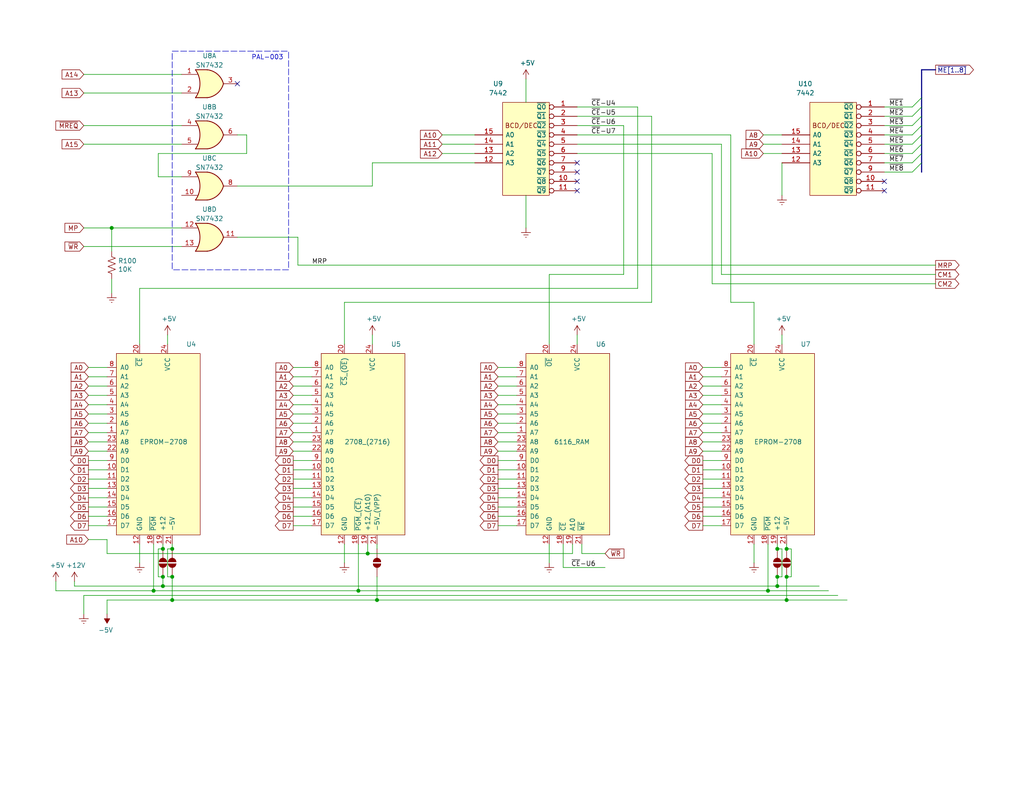
<source format=kicad_sch>
(kicad_sch (version 20230121) (generator eeschema)
  (paper "A")
  (title_block (title "Edu-80 Z80 Trainer") (date "2023-02-06") (rev "0.1") (company "Strangers"))
  (lib_symbols
    (symbol "Device:R_US" (pin_numbers hide) (pin_names (offset 0))
      (property "Reference" "R" (at 2.54 0 90))
      (property "Value" "R_US" (at -2.54 0 90))
      (symbol "R_US_0_1"
        (polyline (pts (xy 0 -2.286) (xy 0 -2.54)))
        (polyline (pts (xy 0 2.286) (xy 0 2.54)))
        (polyline (pts (xy 0 -0.762) (xy 1.016 -1.143) (xy 0 -1.524) (xy -1.016 -1.905) (xy 0 -2.286)))
        (polyline (pts (xy 0 0.762) (xy 1.016 0.381) (xy 0 0) (xy -1.016 -0.381) (xy 0 -0.762)))
        (polyline (pts (xy 0 2.286) (xy 1.016 1.905) (xy 0 1.524) (xy -1.016 1.143) (xy 0 0.762)))
      )
      (symbol "R_US_1_1"
        (pin passive line (at 0 3.81 270) (length 1.27) (name "~") (number "1"))
        (pin passive line (at 0 -3.81 90) (length 1.27) (name "~") (number "2"))
      )
    )
    (symbol "Edu-80_Symbols:2708-2716" (pin_names (offset 1.016))
      (property "Reference" "U?" (at -2.54 34.29 0))
      (property "Value" "2708_(2716)" (at 1.27 0 0))
      (symbol "2708-2716_0_1"
        (rectangle (start -11.43 26.67) (end 11.43 -22.86) (fill (type background)))
      )
      (symbol "2708-2716_1_1"
        (pin input line (at -13.97 5.08 0) (length 2.54) (name "A7") (number "1"))
        (pin tri_state line (at -13.97 -5.08 0) (length 2.54) (name "D1") (number "10"))
        (pin tri_state line (at -13.97 -7.62 0) (length 2.54) (name "D2") (number "11"))
        (pin power_in line (at -5.08 -25.4 90) (length 2.54) (name "GND") (number "12"))
        (pin tri_state line (at -13.97 -10.16 0) (length 2.54) (name "D3") (number "13"))
        (pin tri_state line (at -13.97 -12.7 0) (length 2.54) (name "D4") (number "14"))
        (pin tri_state line (at -13.97 -15.24 0) (length 2.54) (name "D5") (number "15"))
        (pin tri_state line (at -13.97 -17.78 0) (length 2.54) (name "D6") (number "16"))
        (pin tri_state line (at -13.97 -20.32 0) (length 2.54) (name "D7") (number "17"))
        (pin input line (at -1.27 -25.4 90) (length 2.54) (name "~{PGM}_(~{CE})") (number "18"))
        (pin input line (at 1.27 -25.4 90) (length 2.54) (name "+12_(A10)") (number "19"))
        (pin input line (at -13.97 7.62 0) (length 2.54) (name "A6") (number "2"))
        (pin input line (at -5.08 29.21 270) (length 2.54) (name "~{CS}_(~{OE})") (number "20"))
        (pin input line (at 3.81 -25.4 90) (length 2.54) (name "-5V_(VPP)") (number "21"))
        (pin input line (at -13.97 0 0) (length 2.54) (name "A9") (number "22"))
        (pin input line (at -13.97 2.54 0) (length 2.54) (name "A8") (number "23"))
        (pin power_in line (at 2.54 29.21 270) (length 2.54) (name "VCC") (number "24"))
        (pin input line (at -13.97 10.16 0) (length 2.54) (name "A5") (number "3"))
        (pin input line (at -13.97 12.7 0) (length 2.54) (name "A4") (number "4"))
        (pin input line (at -13.97 15.24 0) (length 2.54) (name "A3") (number "5"))
        (pin input line (at -13.97 17.78 0) (length 2.54) (name "A2") (number "6"))
        (pin input line (at -13.97 20.32 0) (length 2.54) (name "A1") (number "7"))
        (pin input line (at -13.97 22.86 0) (length 2.54) (name "A0") (number "8"))
        (pin tri_state line (at -13.97 -2.54 0) (length 2.54) (name "D0") (number "9"))
      )
    )
    (symbol "Edu-80_Symbols:6116_RAM" (pin_names (offset 1.016))
      (property "Reference" "U?" (at -2.54 34.29 0))
      (property "Value" "6116_RAM" (at 1.27 0 0))
      (symbol "6116_RAM_0_1"
        (rectangle (start -11.43 26.67) (end 11.43 -22.86) (fill (type background)))
      )
      (symbol "6116_RAM_1_1"
        (pin input line (at -13.97 5.08 0) (length 2.54) (name "A7") (number "1"))
        (pin tri_state line (at -13.97 -5.08 0) (length 2.54) (name "D1") (number "10"))
        (pin tri_state line (at -13.97 -7.62 0) (length 2.54) (name "D2") (number "11"))
        (pin power_in line (at -5.08 -25.4 90) (length 2.54) (name "GND") (number "12"))
        (pin tri_state line (at -13.97 -10.16 0) (length 2.54) (name "D3") (number "13"))
        (pin tri_state line (at -13.97 -12.7 0) (length 2.54) (name "D4") (number "14"))
        (pin tri_state line (at -13.97 -15.24 0) (length 2.54) (name "D5") (number "15"))
        (pin tri_state line (at -13.97 -17.78 0) (length 2.54) (name "D6") (number "16"))
        (pin tri_state line (at -13.97 -20.32 0) (length 2.54) (name "D7") (number "17"))
        (pin input line (at -1.27 -25.4 90) (length 2.54) (name "~{CE}") (number "18"))
        (pin input line (at 1.27 -25.4 90) (length 2.54) (name "A10") (number "19"))
        (pin input line (at -13.97 7.62 0) (length 2.54) (name "A6") (number "2"))
        (pin input line (at -5.08 29.21 270) (length 2.54) (name "~{OE}") (number "20"))
        (pin input line (at 3.81 -25.4 90) (length 2.54) (name "~{WE}") (number "21"))
        (pin input line (at -13.97 0 0) (length 2.54) (name "A9") (number "22"))
        (pin input line (at -13.97 2.54 0) (length 2.54) (name "A8") (number "23"))
        (pin power_in line (at 2.54 29.21 270) (length 2.54) (name "VCC") (number "24"))
        (pin input line (at -13.97 10.16 0) (length 2.54) (name "A5") (number "3"))
        (pin input line (at -13.97 12.7 0) (length 2.54) (name "A4") (number "4"))
        (pin input line (at -13.97 15.24 0) (length 2.54) (name "A3") (number "5"))
        (pin input line (at -13.97 17.78 0) (length 2.54) (name "A2") (number "6"))
        (pin input line (at -13.97 20.32 0) (length 2.54) (name "A1") (number "7"))
        (pin input line (at -13.97 22.86 0) (length 2.54) (name "A0") (number "8"))
        (pin tri_state line (at -13.97 -2.54 0) (length 2.54) (name "D0") (number "9"))
      )
    )
    (symbol "Edu-80_Symbols:7442" (pin_names (offset 0.762))
      (property "Reference" "U" (at 6.35 13.97 0))
      (property "Value" "7442" (at 8.89 -15.24 0))
      (symbol "7442_0_0"
        (text "BCD/DEC" (at -1.27 6.35 0) (effects (font (size 1.27 1.27))))
        (pin power_in line (at 0 12.7 270) (length 0) hide (name "VCC") (number "16"))
        (pin power_in line (at 0 -12.7 90) (length 0) hide (name "GND") (number "8"))
      )
      (symbol "7442_1_0"
        (rectangle (start -6.35 12.7) (end 6.35 -12.7) (fill (type background)))
      )
      (symbol "7442_1_1"
        (pin output inverted (at 13.97 11.43 180) (length 7.62) (name "~{Q0}") (number "1"))
        (pin output inverted (at 13.97 -8.89 180) (length 7.62) (name "~{Q8}") (number "10"))
        (pin output inverted (at 13.97 -11.43 180) (length 7.62) (name "~{Q9}") (number "11"))
        (pin input line (at -13.97 -3.81 0) (length 7.62) (name "A3") (number "12"))
        (pin input line (at -13.97 -1.27 0) (length 7.62) (name "A2") (number "13"))
        (pin input line (at -13.97 1.27 0) (length 7.62) (name "A1") (number "14"))
        (pin input line (at -13.97 3.81 0) (length 7.62) (name "A0") (number "15"))
        (pin output inverted (at 13.97 8.89 180) (length 7.62) (name "~{Q1}") (number "2"))
        (pin output inverted (at 13.97 6.35 180) (length 7.62) (name "~{Q2}") (number "3"))
        (pin output inverted (at 13.97 3.81 180) (length 7.62) (name "~{Q3}") (number "4"))
        (pin output inverted (at 13.97 1.27 180) (length 7.62) (name "~{Q4}") (number "5"))
        (pin output inverted (at 13.97 -1.27 180) (length 7.62) (name "~{Q5}") (number "6"))
        (pin output inverted (at 13.97 -3.81 180) (length 7.62) (name "~{Q6}") (number "7"))
        (pin output inverted (at 13.97 -6.35 180) (length 7.62) (name "~{Q7}") (number "9"))
      )
    )
    (symbol "Edu-80_Symbols:EPROM-2708" (pin_names (offset 1.016))
      (property "Reference" "U?" (at -2.54 34.29 0))
      (property "Value" "EPROM-2708" (at 1.27 0 0))
      (symbol "EPROM-2708_0_1"
        (rectangle (start -11.43 26.67) (end 11.43 -22.86) (fill (type background)))
      )
      (symbol "EPROM-2708_1_1"
        (pin input line (at -13.97 5.08 0) (length 2.54) (name "A7") (number "1"))
        (pin tri_state line (at -13.97 -5.08 0) (length 2.54) (name "D1") (number "10"))
        (pin tri_state line (at -13.97 -7.62 0) (length 2.54) (name "D2") (number "11"))
        (pin power_in line (at -5.08 -25.4 90) (length 2.54) (name "GND") (number "12"))
        (pin tri_state line (at -13.97 -10.16 0) (length 2.54) (name "D3") (number "13"))
        (pin tri_state line (at -13.97 -12.7 0) (length 2.54) (name "D4") (number "14"))
        (pin tri_state line (at -13.97 -15.24 0) (length 2.54) (name "D5") (number "15"))
        (pin tri_state line (at -13.97 -17.78 0) (length 2.54) (name "D6") (number "16"))
        (pin tri_state line (at -13.97 -20.32 0) (length 2.54) (name "D7") (number "17"))
        (pin input line (at -1.27 -25.4 90) (length 2.54) (name "~{PGM}") (number "18"))
        (pin power_in line (at 1.27 -25.4 90) (length 2.54) (name "+12") (number "19"))
        (pin input line (at -13.97 7.62 0) (length 2.54) (name "A6") (number "2"))
        (pin input line (at -5.08 29.21 270) (length 2.54) (name "~{CE}") (number "20"))
        (pin power_in line (at 3.81 -25.4 90) (length 2.54) (name "-5V") (number "21"))
        (pin input line (at -13.97 0 0) (length 2.54) (name "A9") (number "22"))
        (pin input line (at -13.97 2.54 0) (length 2.54) (name "A8") (number "23"))
        (pin power_in line (at 2.54 29.21 270) (length 2.54) (name "VCC") (number "24"))
        (pin input line (at -13.97 10.16 0) (length 2.54) (name "A5") (number "3"))
        (pin input line (at -13.97 12.7 0) (length 2.54) (name "A4") (number "4"))
        (pin input line (at -13.97 15.24 0) (length 2.54) (name "A3") (number "5"))
        (pin input line (at -13.97 17.78 0) (length 2.54) (name "A2") (number "6"))
        (pin input line (at -13.97 20.32 0) (length 2.54) (name "A1") (number "7"))
        (pin input line (at -13.97 22.86 0) (length 2.54) (name "A0") (number "8"))
        (pin tri_state line (at -13.97 -2.54 0) (length 2.54) (name "D0") (number "9"))
      )
    )
    (symbol "Edu-80_Symbols:SN7432" (pin_names (offset 1.016))
      (property "Reference" "U?" (at 2.54 8.89 0))
      (property "Value" "SN7432" (at 8.89 8.89 0))
      (symbol "SN7432_1_1"
        (arc (start -3.81 -3.81) (mid -2.589 0) (end -3.81 3.81) (stroke (width 0.254)))
        (arc (start -0.6096 -3.81) (mid 2.1842 -2.5851) (end 3.81 0) (stroke (width 0.254)) (fill (type background)))
        (polyline (pts (xy -3.81 -3.81) (xy -0.635 -3.81)) (stroke (width 0.254)) (fill (type background)))
        (polyline (pts (xy -3.81 3.81) (xy -0.635 3.81)) (stroke (width 0.254)) (fill (type background)))
        (polyline (pts (xy -0.635 3.81) (xy -3.81 3.81) (xy -3.81 3.81) (xy -3.556 3.4036) (xy -3.0226 2.2606) (xy -2.6924 1.0414) (xy -2.6162 -0.254) (xy -2.7686 -1.4986) (xy -3.175 -2.7178) (xy -3.81 -3.81) (xy -3.81 -3.81) (xy -0.635 -3.81)) (stroke (width -25.4)) (fill (type background)))
        (arc (start 3.81 0) (mid 2.1915 2.5936) (end -0.6096 3.81) (stroke (width 0.254)) (fill (type background)))
        (pin input line (at -7.62 2.54 0) (length 4.318) (name "~") (number "1"))
        (pin input line (at -7.62 -2.54 0) (length 4.318) (name "~") (number "2"))
        (pin output line (at 7.62 0 180) (length 3.81) (name "~") (number "3"))
      )
      (symbol "SN7432_1_2"
        (arc (start 0 -3.81) (mid 3.7934 0) (end 0 3.81) (stroke (width 0.254)) (fill (type background)))
        (polyline (pts (xy 0 3.81) (xy -3.81 3.81) (xy -3.81 -3.81) (xy 0 -3.81)) (stroke (width 0.254)) (fill (type background)))
        (pin input inverted (at -7.62 2.54 0) (length 3.81) (name "~") (number "1"))
        (pin input inverted (at -7.62 -2.54 0) (length 3.81) (name "~") (number "2"))
        (pin output line (at 7.62 0 180) (length 3.81) (name "~") (number "3"))
      )
      (symbol "SN7432_2_1"
        (arc (start -3.81 -3.81) (mid -2.589 0) (end -3.81 3.81) (stroke (width 0.254)))
        (arc (start -0.6096 -3.81) (mid 2.1842 -2.5851) (end 3.81 0) (stroke (width 0.254)) (fill (type background)))
        (polyline (pts (xy -3.81 -3.81) (xy -0.635 -3.81)) (stroke (width 0.254)) (fill (type background)))
        (polyline (pts (xy -3.81 3.81) (xy -0.635 3.81)) (stroke (width 0.254)) (fill (type background)))
        (polyline (pts (xy -0.635 3.81) (xy -3.81 3.81) (xy -3.81 3.81) (xy -3.556 3.4036) (xy -3.0226 2.2606) (xy -2.6924 1.0414) (xy -2.6162 -0.254) (xy -2.7686 -1.4986) (xy -3.175 -2.7178) (xy -3.81 -3.81) (xy -3.81 -3.81) (xy -0.635 -3.81)) (stroke (width -25.4)) (fill (type background)))
        (arc (start 3.81 0) (mid 2.1915 2.5936) (end -0.6096 3.81) (stroke (width 0.254)) (fill (type background)))
        (pin input line (at -7.62 2.54 0) (length 4.318) (name "~") (number "4"))
        (pin input line (at -7.62 -2.54 0) (length 4.318) (name "~") (number "5"))
        (pin output line (at 7.62 0 180) (length 3.81) (name "~") (number "6"))
      )
      (symbol "SN7432_2_2"
        (arc (start 0 -3.81) (mid 3.7934 0) (end 0 3.81) (stroke (width 0.254)) (fill (type background)))
        (polyline (pts (xy 0 3.81) (xy -3.81 3.81) (xy -3.81 -3.81) (xy 0 -3.81)) (stroke (width 0.254)) (fill (type background)))
        (pin output line (at 7.62 0 180) (length 3.81) (name "~") (number "4"))
        (pin input inverted (at -7.62 2.54 0) (length 3.81) (name "~") (number "5"))
        (pin input inverted (at -7.62 -2.54 0) (length 3.81) (name "~") (number "6"))
      )
      (symbol "SN7432_3_1"
        (arc (start -3.81 -3.81) (mid -2.589 0) (end -3.81 3.81) (stroke (width 0.254)))
        (arc (start -0.6096 -3.81) (mid 2.1842 -2.5851) (end 3.81 0) (stroke (width 0.254)) (fill (type background)))
        (polyline (pts (xy -3.81 -3.81) (xy -0.635 -3.81)) (stroke (width 0.254)) (fill (type background)))
        (polyline (pts (xy -3.81 3.81) (xy -0.635 3.81)) (stroke (width 0.254)) (fill (type background)))
        (polyline (pts (xy -0.635 3.81) (xy -3.81 3.81) (xy -3.81 3.81) (xy -3.556 3.4036) (xy -3.0226 2.2606) (xy -2.6924 1.0414) (xy -2.6162 -0.254) (xy -2.7686 -1.4986) (xy -3.175 -2.7178) (xy -3.81 -3.81) (xy -3.81 -3.81) (xy -0.635 -3.81)) (stroke (width -25.4)) (fill (type background)))
        (arc (start 3.81 0) (mid 2.1915 2.5936) (end -0.6096 3.81) (stroke (width 0.254)) (fill (type background)))
        (pin input line (at -7.62 -2.54 0) (length 4.318) (name "~") (number "10"))
        (pin output line (at 7.62 0 180) (length 3.81) (name "~") (number "8"))
        (pin input line (at -7.62 2.54 0) (length 4.318) (name "~") (number "9"))
      )
      (symbol "SN7432_3_2"
        (arc (start 0 -3.81) (mid 3.7934 0) (end 0 3.81) (stroke (width 0.254)) (fill (type background)))
        (polyline (pts (xy 0 3.81) (xy -3.81 3.81) (xy -3.81 -3.81) (xy 0 -3.81)) (stroke (width 0.254)) (fill (type background)))
        (pin output line (at 7.62 0 180) (length 3.81) (name "~") (number "10"))
        (pin input inverted (at -7.62 2.54 0) (length 3.81) (name "~") (number "8"))
        (pin input inverted (at -7.62 -2.54 0) (length 3.81) (name "~") (number "9"))
      )
      (symbol "SN7432_4_1"
        (arc (start -3.81 -3.81) (mid -2.589 0) (end -3.81 3.81) (stroke (width 0.254)))
        (arc (start -0.6096 -3.81) (mid 2.1842 -2.5851) (end 3.81 0) (stroke (width 0.254)) (fill (type background)))
        (polyline (pts (xy -3.81 -3.81) (xy -0.635 -3.81)) (stroke (width 0.254)) (fill (type background)))
        (polyline (pts (xy -3.81 3.81) (xy -0.635 3.81)) (stroke (width 0.254)) (fill (type background)))
        (polyline (pts (xy -0.635 3.81) (xy -3.81 3.81) (xy -3.81 3.81) (xy -3.556 3.4036) (xy -3.0226 2.2606) (xy -2.6924 1.0414) (xy -2.6162 -0.254) (xy -2.7686 -1.4986) (xy -3.175 -2.7178) (xy -3.81 -3.81) (xy -3.81 -3.81) (xy -0.635 -3.81)) (stroke (width -25.4)) (fill (type background)))
        (arc (start 3.81 0) (mid 2.1915 2.5936) (end -0.6096 3.81) (stroke (width 0.254)) (fill (type background)))
        (pin output line (at 7.62 0 180) (length 3.81) (name "~") (number "11"))
        (pin input line (at -7.62 2.54 0) (length 4.318) (name "~") (number "12"))
        (pin input line (at -7.62 -2.54 0) (length 4.318) (name "~") (number "13"))
      )
      (symbol "SN7432_4_2"
        (arc (start 0 -3.81) (mid 3.7934 0) (end 0 3.81) (stroke (width 0.254)) (fill (type background)))
        (polyline (pts (xy 0 3.81) (xy -3.81 3.81) (xy -3.81 -3.81) (xy 0 -3.81)) (stroke (width 0.254)) (fill (type background)))
        (pin output line (at 7.62 0 180) (length 3.81) (name "~") (number "11"))
        (pin input inverted (at -7.62 2.54 0) (length 3.81) (name "~") (number "12"))
        (pin input inverted (at -7.62 -2.54 0) (length 3.81) (name "~") (number "13"))
      )
      (symbol "SN7432_5_0"
        (pin power_in line (at 0 12.7 270) (length 5.08) (name "VDD") (number "14"))
        (pin power_in line (at 0 -12.7 90) (length 5.08) (name "VSS") (number "7"))
      )
      (symbol "SN7432_5_1"
        (rectangle (start -5.08 7.62) (end 5.08 -7.62) (stroke (width 0.254)) (fill (type background)))
      )
    )
    (symbol "Jumper:SolderJumper_2_Open" (pin_numbers hide) (pin_names (offset 0) hide)
      (property "Reference" "JP" (at 0 2.032 0))
      (property "Value" "SolderJumper_2_Open" (at 0 -2.54 0))
      (symbol "SolderJumper_2_Open_0_1"
        (arc (start -0.254 1.016) (mid -1.2656 0) (end -0.254 -1.016))
        (arc (start -0.254 1.016) (mid -1.2656 0) (end -0.254 -1.016) (fill (type outline)))
        (polyline (pts (xy -0.254 1.016) (xy -0.254 -1.016)))
        (polyline (pts (xy 0.254 1.016) (xy 0.254 -1.016)))
        (arc (start 0.254 -1.016) (mid 1.2656 0) (end 0.254 1.016))
        (arc (start 0.254 -1.016) (mid 1.2656 0) (end 0.254 1.016) (fill (type outline)))
      )
      (symbol "SolderJumper_2_Open_1_1"
        (pin passive line (at -3.81 0 0) (length 2.54) (name "A") (number "1"))
        (pin passive line (at 3.81 0 180) (length 2.54) (name "B") (number "2"))
      )
    )
    (symbol "SolderJumper_2_Open_1" (pin_numbers hide) (pin_names (offset 0) hide)
      (property "Reference" "JP" (at 0 2.032 0))
      (property "Value" "SolderJumper_2_Open" (at 0 -2.54 0))
      (symbol "SolderJumper_2_Open_1_0_1"
        (arc (start -0.254 1.016) (mid -1.2656 0) (end -0.254 -1.016))
        (arc (start -0.254 1.016) (mid -1.2656 0) (end -0.254 -1.016) (fill (type outline)))
        (polyline (pts (xy -0.254 1.016) (xy -0.254 -1.016)))
        (polyline (pts (xy 0.254 1.016) (xy 0.254 -1.016)))
        (arc (start 0.254 -1.016) (mid 1.2656 0) (end 0.254 1.016))
        (arc (start 0.254 -1.016) (mid 1.2656 0) (end 0.254 1.016) (fill (type outline)))
      )
      (symbol "SolderJumper_2_Open_1_1_1"
        (pin passive line (at -3.81 0 0) (length 2.54) (name "A") (number "1"))
        (pin passive line (at 3.81 0 180) (length 2.54) (name "B") (number "2"))
      )
    )
    (symbol "SolderJumper_2_Open_2" (pin_numbers hide) (pin_names (offset 0) hide)
      (property "Reference" "JP" (at 0 2.032 0))
      (property "Value" "SolderJumper_2_Open" (at 0 -2.54 0))
      (symbol "SolderJumper_2_Open_2_0_1"
        (arc (start -0.254 1.016) (mid -1.2656 0) (end -0.254 -1.016))
        (arc (start -0.254 1.016) (mid -1.2656 0) (end -0.254 -1.016) (fill (type outline)))
        (polyline (pts (xy -0.254 1.016) (xy -0.254 -1.016)))
        (polyline (pts (xy 0.254 1.016) (xy 0.254 -1.016)))
        (arc (start 0.254 -1.016) (mid 1.2656 0) (end 0.254 1.016))
        (arc (start 0.254 -1.016) (mid 1.2656 0) (end 0.254 1.016) (fill (type outline)))
      )
      (symbol "SolderJumper_2_Open_2_1_1"
        (pin passive line (at -3.81 0 0) (length 2.54) (name "A") (number "1"))
        (pin passive line (at 3.81 0 180) (length 2.54) (name "B") (number "2"))
      )
    )
    (symbol "SolderJumper_2_Open_3" (pin_numbers hide) (pin_names (offset 0) hide)
      (property "Reference" "JP" (at 0 2.032 0))
      (property "Value" "SolderJumper_2_Open" (at 0 -2.54 0))
      (symbol "SolderJumper_2_Open_3_0_1"
        (arc (start -0.254 1.016) (mid -1.2656 0) (end -0.254 -1.016))
        (arc (start -0.254 1.016) (mid -1.2656 0) (end -0.254 -1.016) (fill (type outline)))
        (polyline (pts (xy -0.254 1.016) (xy -0.254 -1.016)))
        (polyline (pts (xy 0.254 1.016) (xy 0.254 -1.016)))
        (arc (start 0.254 -1.016) (mid 1.2656 0) (end 0.254 1.016))
        (arc (start 0.254 -1.016) (mid 1.2656 0) (end 0.254 1.016) (fill (type outline)))
      )
      (symbol "SolderJumper_2_Open_3_1_1"
        (pin passive line (at -3.81 0 0) (length 2.54) (name "A") (number "1"))
        (pin passive line (at 3.81 0 180) (length 2.54) (name "B") (number "2"))
      )
    )
    (symbol "SolderJumper_2_Open_4" (pin_numbers hide) (pin_names (offset 0) hide)
      (property "Reference" "JP" (at 0 2.032 0))
      (property "Value" "SolderJumper_2_Open" (at 0 -2.54 0))
      (symbol "SolderJumper_2_Open_4_0_1"
        (arc (start -0.254 1.016) (mid -1.2656 0) (end -0.254 -1.016))
        (arc (start -0.254 1.016) (mid -1.2656 0) (end -0.254 -1.016) (fill (type outline)))
        (polyline (pts (xy -0.254 1.016) (xy -0.254 -1.016)))
        (polyline (pts (xy 0.254 1.016) (xy 0.254 -1.016)))
        (arc (start 0.254 -1.016) (mid 1.2656 0) (end 0.254 1.016))
        (arc (start 0.254 -1.016) (mid 1.2656 0) (end 0.254 1.016) (fill (type outline)))
      )
      (symbol "SolderJumper_2_Open_4_1_1"
        (pin passive line (at -3.81 0 0) (length 2.54) (name "A") (number "1"))
        (pin passive line (at 3.81 0 180) (length 2.54) (name "B") (number "2"))
      )
    )
    (symbol "power:+12V" (power) (pin_names (offset 0))
      (property "Value" "+12V" (at 0 3.556 0))
      (symbol "+12V_0_1"
        (polyline (pts (xy -0.762 1.27) (xy 0 2.54)))
        (polyline (pts (xy 0 0) (xy 0 2.54)))
        (polyline (pts (xy 0 2.54) (xy 0.762 1.27)))
      )
      (symbol "+12V_1_1"
        (pin power_in line (at 0 0 90) (length 0) hide (name "+12V") (number "1"))
      )
    )
    (symbol "power:+5V" (power) (pin_names (offset 0))
      (property "Value" "+5V" (at 0 3.556 0))
      (symbol "+5V_0_1"
        (polyline (pts (xy -0.762 1.27) (xy 0 2.54)))
        (polyline (pts (xy 0 0) (xy 0 2.54)))
        (polyline (pts (xy 0 2.54) (xy 0.762 1.27)))
      )
      (symbol "+5V_1_1"
        (pin power_in line (at 0 0 90) (length 0) hide (name "+5V") (number "1"))
      )
    )
    (symbol "power:-5V" (power) (pin_names (offset 0))
      (property "Value" "-5V" (at 0 3.81 0))
      (symbol "-5V_0_0"
        (pin power_in line (at 0 0 90) (length 0) hide (name "-5V") (number "1"))
      )
      (symbol "-5V_0_1"
        (polyline (pts (xy 0 0) (xy 0 1.27) (xy 0.762 1.27) (xy 0 2.54) (xy -0.762 1.27) (xy 0 1.27)) (fill (type outline)))
      )
    )
    (symbol "power:Earth" (power) (pin_names (offset 0))
      (symbol "Earth_0_1"
        (polyline (pts (xy -0.635 -1.905) (xy 0.635 -1.905)))
        (polyline (pts (xy -0.127 -2.54) (xy 0.127 -2.54)))
        (polyline (pts (xy 0 -1.27) (xy 0 0)))
        (polyline (pts (xy 1.27 -1.27) (xy -1.27 -1.27)))
      )
      (symbol "Earth_1_1"
        (pin power_in line (at 0 0 270) (length 0) hide (name "Earth") (number "1"))
      )
    )
  )
  (junction (at 100.33 151.13))
  (junction (at 214.63 149.86))
  (junction (at 46.99 157.48))
  (junction (at 212.09 157.48))
  (junction (at 209.55 161.29))
  (junction (at 41.91 161.29))
  (junction (at 212.09 149.86))
  (junction (at 44.45 157.48))
  (junction (at 44.45 149.86))
  (junction (at 46.99 149.86))
  (junction (at 97.79 161.29))
  (junction (at 46.99 163.83))
  (junction (at 214.63 157.48))
  (junction (at 44.45 160.02))
  (junction (at 212.09 160.02))
  (junction (at 30.48 62.23))
  (junction (at 214.63 163.83))
  (junction (at 102.87 163.83))
  (no_connect (at 241.3 49.53))
  (no_connect (at 64.77 22.86))
  (no_connect (at 157.48 52.07))
  (no_connect (at 241.3 52.07))
  (no_connect (at 157.48 46.99))
  (no_connect (at 157.48 44.45))
  (no_connect (at 157.48 49.53))
  (bus_entry (at 251.46 39.37) (size -2.54 2.54))
  (bus_entry (at 251.46 26.67) (size -2.54 2.54))
  (bus_entry (at 251.46 41.91) (size -2.54 2.54))
  (bus_entry (at 251.46 34.29) (size -2.54 2.54))
  (bus_entry (at 251.46 31.75) (size -2.54 2.54))
  (bus_entry (at 251.46 36.83) (size -2.54 2.54))
  (bus_entry (at 251.46 44.45) (size -2.54 2.54))
  (bus_entry (at 251.46 29.21) (size -2.54 2.54))
  (wire (pts (xy 135.89 100.33) (xy 140.97 100.33)))
  (wire (pts (xy 248.92 34.29) (xy 241.3 34.29)))
  (bus (pts (xy 251.46 41.91) (xy 251.46 44.45)))
  (wire (pts (xy 43.18 41.91) (xy 43.18 48.26)))
  (wire (pts (xy 157.48 29.21) (xy 173.99 29.21)))
  (wire (pts (xy 213.36 157.48) (xy 212.09 157.48)))
  (wire (pts (xy 157.48 39.37) (xy 196.85 39.37)))
  (wire (pts (xy 80.01 105.41) (xy 85.09 105.41)))
  (wire (pts (xy 80.01 118.11) (xy 85.09 118.11)))
  (wire (pts (xy 153.67 154.94) (xy 165.1 154.94)))
  (wire (pts (xy 102.87 157.48) (xy 102.87 163.83)))
  (wire (pts (xy 80.01 125.73) (xy 85.09 125.73)))
  (wire (pts (xy 135.89 120.65) (xy 140.97 120.65)))
  (wire (pts (xy 24.13 130.81) (xy 29.21 130.81)))
  (wire (pts (xy 135.89 130.81) (xy 140.97 130.81)))
  (wire (pts (xy 46.99 163.83) (xy 102.87 163.83)))
  (wire (pts (xy 41.91 161.29) (xy 97.79 161.29)))
  (wire (pts (xy 24.13 115.57) (xy 29.21 115.57)))
  (wire (pts (xy 135.89 118.11) (xy 140.97 118.11)))
  (wire (pts (xy 135.89 143.51) (xy 140.97 143.51)))
  (wire (pts (xy 93.98 82.55) (xy 93.98 93.98)))
  (wire (pts (xy 214.63 163.83) (xy 231.14 163.83)))
  (wire (pts (xy 80.01 128.27) (xy 85.09 128.27)))
  (wire (pts (xy 191.77 102.87) (xy 196.85 102.87)))
  (wire (pts (xy 157.48 34.29) (xy 170.18 34.29)))
  (wire (pts (xy 80.01 110.49) (xy 85.09 110.49)))
  (wire (pts (xy 80.01 143.51) (xy 85.09 143.51)))
  (wire (pts (xy 248.92 44.45) (xy 241.3 44.45)))
  (wire (pts (xy 24.13 100.33) (xy 29.21 100.33)))
  (wire (pts (xy 191.77 143.51) (xy 196.85 143.51)))
  (wire (pts (xy 191.77 115.57) (xy 196.85 115.57)))
  (wire (pts (xy 24.13 143.51) (xy 29.21 143.51)))
  (wire (pts (xy 80.01 113.03) (xy 85.09 113.03)))
  (bus (pts (xy 251.46 31.75) (xy 251.46 34.29)))
  (wire (pts (xy 213.36 91.44) (xy 213.36 93.98)))
  (wire (pts (xy 191.77 133.35) (xy 196.85 133.35)))
  (wire (pts (xy 24.13 128.27) (xy 29.21 128.27)))
  (wire (pts (xy 153.67 148.59) (xy 153.67 154.94)))
  (wire (pts (xy 191.77 120.65) (xy 196.85 120.65)))
  (wire (pts (xy 149.86 74.93) (xy 149.86 93.98)))
  (wire (pts (xy 29.21 163.83) (xy 46.99 163.83)))
  (wire (pts (xy 214.63 157.48) (xy 215.9 157.48)))
  (bus (pts (xy 251.46 26.67) (xy 251.46 29.21)))
  (wire (pts (xy 30.48 62.23) (xy 30.48 68.58)))
  (wire (pts (xy 205.74 82.55) (xy 205.74 93.98)))
  (wire (pts (xy 157.48 91.44) (xy 157.48 93.98)))
  (wire (pts (xy 45.72 91.44) (xy 45.72 93.98)))
  (wire (pts (xy 191.77 138.43) (xy 196.85 138.43)))
  (wire (pts (xy 45.72 149.86) (xy 46.99 149.86)))
  (wire (pts (xy 102.87 163.83) (xy 214.63 163.83)))
  (wire (pts (xy 64.77 64.77) (xy 81.28 64.77)))
  (wire (pts (xy 24.13 113.03) (xy 29.21 113.03)))
  (wire (pts (xy 43.18 149.86) (xy 44.45 149.86)))
  (wire (pts (xy 24.13 107.95) (xy 29.21 107.95)))
  (wire (pts (xy 208.28 39.37) (xy 213.36 39.37)))
  (wire (pts (xy 191.77 135.89) (xy 196.85 135.89)))
  (wire (pts (xy 191.77 123.19) (xy 196.85 123.19)))
  (wire (pts (xy 22.86 67.31) (xy 49.53 67.31)))
  (wire (pts (xy 143.51 53.34) (xy 143.51 62.23)))
  (wire (pts (xy 214.63 157.48) (xy 214.63 163.83)))
  (wire (pts (xy 143.51 21.59) (xy 143.51 27.94)))
  (wire (pts (xy 199.39 82.55) (xy 205.74 82.55)))
  (wire (pts (xy 135.89 133.35) (xy 140.97 133.35)))
  (wire (pts (xy 80.01 133.35) (xy 85.09 133.35)))
  (wire (pts (xy 214.63 149.86) (xy 215.9 149.86)))
  (wire (pts (xy 248.92 36.83) (xy 241.3 36.83)))
  (wire (pts (xy 157.48 41.91) (xy 194.31 41.91)))
  (wire (pts (xy 44.45 160.02) (xy 212.09 160.02)))
  (wire (pts (xy 24.13 102.87) (xy 29.21 102.87)))
  (wire (pts (xy 170.18 34.29) (xy 170.18 74.93)))
  (wire (pts (xy 248.92 46.99) (xy 241.3 46.99)))
  (wire (pts (xy 149.86 153.67) (xy 149.86 148.59)))
  (wire (pts (xy 157.48 31.75) (xy 177.8 31.75)))
  (bus (pts (xy 251.46 44.45) (xy 251.46 46.99)))
  (wire (pts (xy 209.55 161.29) (xy 226.06 161.29)))
  (wire (pts (xy 102.87 148.59) (xy 102.87 149.86)))
  (wire (pts (xy 80.01 135.89) (xy 85.09 135.89)))
  (wire (pts (xy 191.77 128.27) (xy 196.85 128.27)))
  (wire (pts (xy 43.18 149.86) (xy 43.18 157.48)))
  (wire (pts (xy 45.72 149.86) (xy 45.72 157.48)))
  (wire (pts (xy 22.86 20.32) (xy 49.53 20.32)))
  (wire (pts (xy 38.1 153.67) (xy 38.1 148.59)))
  (wire (pts (xy 38.1 78.74) (xy 38.1 93.98)))
  (wire (pts (xy 80.01 138.43) (xy 85.09 138.43)))
  (wire (pts (xy 46.99 148.59) (xy 46.99 149.86)))
  (wire (pts (xy 205.74 153.67) (xy 205.74 148.59)))
  (wire (pts (xy 93.98 153.67) (xy 93.98 148.59)))
  (wire (pts (xy 100.33 151.13) (xy 100.33 148.59)))
  (wire (pts (xy 80.01 107.95) (xy 85.09 107.95)))
  (wire (pts (xy 120.65 36.83) (xy 129.54 36.83)))
  (wire (pts (xy 64.77 36.83) (xy 67.31 36.83)))
  (wire (pts (xy 22.86 162.56) (xy 228.6 162.56)))
  (wire (pts (xy 46.99 157.48) (xy 45.72 157.48)))
  (wire (pts (xy 194.31 77.47) (xy 255.27 77.47)))
  (wire (pts (xy 101.6 44.45) (xy 101.6 50.8)))
  (wire (pts (xy 135.89 135.89) (xy 140.97 135.89)))
  (wire (pts (xy 24.13 120.65) (xy 29.21 120.65)))
  (wire (pts (xy 191.77 140.97) (xy 196.85 140.97)))
  (wire (pts (xy 191.77 130.81) (xy 196.85 130.81)))
  (wire (pts (xy 135.89 113.03) (xy 140.97 113.03)))
  (wire (pts (xy 67.31 36.83) (xy 67.31 41.91)))
  (bus (pts (xy 251.46 39.37) (xy 251.46 41.91)))
  (wire (pts (xy 24.13 123.19) (xy 29.21 123.19)))
  (wire (pts (xy 24.13 118.11) (xy 29.21 118.11)))
  (wire (pts (xy 101.6 91.44) (xy 101.6 93.98)))
  (wire (pts (xy 157.48 36.83) (xy 199.39 36.83)))
  (wire (pts (xy 191.77 118.11) (xy 196.85 118.11)))
  (wire (pts (xy 30.48 62.23) (xy 22.86 62.23)))
  (wire (pts (xy 30.48 76.2) (xy 30.48 80.01)))
  (wire (pts (xy 212.09 149.86) (xy 213.36 149.86)))
  (wire (pts (xy 44.45 157.48) (xy 43.18 157.48)))
  (wire (pts (xy 196.85 74.93) (xy 255.27 74.93)))
  (wire (pts (xy 191.77 125.73) (xy 196.85 125.73)))
  (bus (pts (xy 251.46 29.21) (xy 251.46 31.75)))
  (wire (pts (xy 135.89 128.27) (xy 140.97 128.27)))
  (wire (pts (xy 80.01 130.81) (xy 85.09 130.81)))
  (wire (pts (xy 24.13 133.35) (xy 29.21 133.35)))
  (wire (pts (xy 20.32 158.75) (xy 20.32 160.02)))
  (wire (pts (xy 208.28 41.91) (xy 213.36 41.91)))
  (wire (pts (xy 194.31 41.91) (xy 194.31 77.47)))
  (wire (pts (xy 29.21 147.32) (xy 29.21 151.13)))
  (wire (pts (xy 135.89 115.57) (xy 140.97 115.57)))
  (wire (pts (xy 212.09 160.02) (xy 223.52 160.02)))
  (wire (pts (xy 120.65 39.37) (xy 129.54 39.37)))
  (bus (pts (xy 251.46 36.83) (xy 251.46 39.37)))
  (wire (pts (xy 38.1 78.74) (xy 173.99 78.74)))
  (wire (pts (xy 158.75 148.59) (xy 158.75 151.13)))
  (wire (pts (xy 196.85 39.37) (xy 196.85 74.93)))
  (wire (pts (xy 248.92 31.75) (xy 241.3 31.75)))
  (wire (pts (xy 22.86 34.29) (xy 49.53 34.29)))
  (wire (pts (xy 248.92 39.37) (xy 241.3 39.37)))
  (wire (pts (xy 120.65 41.91) (xy 129.54 41.91)))
  (wire (pts (xy 191.77 113.03) (xy 196.85 113.03)))
  (wire (pts (xy 41.91 148.59) (xy 41.91 161.29)))
  (wire (pts (xy 15.24 161.29) (xy 41.91 161.29)))
  (wire (pts (xy 173.99 29.21) (xy 173.99 78.74)))
  (wire (pts (xy 97.79 148.59) (xy 97.79 161.29)))
  (wire (pts (xy 81.28 72.39) (xy 255.27 72.39)))
  (wire (pts (xy 30.48 62.23) (xy 49.53 62.23)))
  (wire (pts (xy 135.89 138.43) (xy 140.97 138.43)))
  (wire (pts (xy 24.13 105.41) (xy 29.21 105.41)))
  (wire (pts (xy 80.01 140.97) (xy 85.09 140.97)))
  (wire (pts (xy 101.6 44.45) (xy 129.54 44.45)))
  (wire (pts (xy 80.01 123.19) (xy 85.09 123.19)))
  (wire (pts (xy 170.18 74.93) (xy 149.86 74.93)))
  (wire (pts (xy 24.13 147.32) (xy 29.21 147.32)))
  (wire (pts (xy 29.21 163.83) (xy 29.21 167.64)))
  (wire (pts (xy 191.77 110.49) (xy 196.85 110.49)))
  (bus (pts (xy 251.46 34.29) (xy 251.46 36.83)))
  (wire (pts (xy 177.8 31.75) (xy 177.8 82.55)))
  (wire (pts (xy 29.21 151.13) (xy 100.33 151.13)))
  (wire (pts (xy 135.89 102.87) (xy 140.97 102.87)))
  (wire (pts (xy 191.77 105.41) (xy 196.85 105.41)))
  (wire (pts (xy 135.89 125.73) (xy 140.97 125.73)))
  (wire (pts (xy 191.77 100.33) (xy 196.85 100.33)))
  (wire (pts (xy 80.01 120.65) (xy 85.09 120.65)))
  (wire (pts (xy 135.89 107.95) (xy 140.97 107.95)))
  (wire (pts (xy 22.86 162.56) (xy 22.86 167.64)))
  (wire (pts (xy 135.89 110.49) (xy 140.97 110.49)))
  (wire (pts (xy 81.28 64.77) (xy 81.28 72.39)))
  (wire (pts (xy 93.98 82.55) (xy 177.8 82.55)))
  (wire (pts (xy 80.01 102.87) (xy 85.09 102.87)))
  (wire (pts (xy 15.24 158.75) (xy 15.24 161.29)))
  (wire (pts (xy 22.86 39.37) (xy 49.53 39.37)))
  (wire (pts (xy 215.9 149.86) (xy 215.9 157.48)))
  (wire (pts (xy 24.13 138.43) (xy 29.21 138.43)))
  (wire (pts (xy 67.31 41.91) (xy 43.18 41.91)))
  (wire (pts (xy 97.79 161.29) (xy 209.55 161.29)))
  (wire (pts (xy 80.01 115.57) (xy 85.09 115.57)))
  (wire (pts (xy 20.32 160.02) (xy 44.45 160.02)))
  (wire (pts (xy 64.77 50.8) (xy 101.6 50.8)))
  (wire (pts (xy 44.45 157.48) (xy 44.45 160.02)))
  (wire (pts (xy 24.13 125.73) (xy 29.21 125.73)))
  (wire (pts (xy 100.33 151.13) (xy 156.21 151.13)))
  (wire (pts (xy 22.86 25.4) (xy 49.53 25.4)))
  (wire (pts (xy 43.18 48.26) (xy 49.53 48.26)))
  (wire (pts (xy 24.13 140.97) (xy 29.21 140.97)))
  (wire (pts (xy 135.89 140.97) (xy 140.97 140.97)))
  (bus (pts (xy 255.27 19.05) (xy 251.46 19.05)))
  (wire (pts (xy 135.89 105.41) (xy 140.97 105.41)))
  (wire (pts (xy 135.89 123.19) (xy 140.97 123.19)))
  (wire (pts (xy 46.99 157.48) (xy 46.99 163.83)))
  (wire (pts (xy 24.13 135.89) (xy 29.21 135.89)))
  (wire (pts (xy 209.55 148.59) (xy 209.55 161.29)))
  (wire (pts (xy 212.09 157.48) (xy 212.09 160.02)))
  (wire (pts (xy 214.63 148.59) (xy 214.63 149.86)))
  (wire (pts (xy 191.77 107.95) (xy 196.85 107.95)))
  (wire (pts (xy 208.28 36.83) (xy 213.36 36.83)))
  (wire (pts (xy 248.92 41.91) (xy 241.3 41.91)))
  (wire (pts (xy 44.45 148.59) (xy 44.45 149.86)))
  (wire (pts (xy 80.01 100.33) (xy 85.09 100.33)))
  (wire (pts (xy 212.09 148.59) (xy 212.09 149.86)))
  (wire (pts (xy 24.13 110.49) (xy 29.21 110.49)))
  (wire (pts (xy 199.39 36.83) (xy 199.39 82.55)))
  (bus (pts (xy 251.46 19.05) (xy 251.46 26.67)))
  (wire (pts (xy 213.36 44.45) (xy 213.36 53.34)))
  (wire (pts (xy 248.92 29.21) (xy 241.3 29.21)))
  (wire (pts (xy 156.21 151.13) (xy 156.21 148.59)))
  (wire (pts (xy 213.36 149.86) (xy 213.36 157.48)))
  (wire (pts (xy 158.75 151.13) (xy 165.1 151.13)))
  (rectangle (start 46.99 13.97) (end 78.74 73.66) (stroke (width 0) (type dash)))
  (text "PAL-003" (at 68.58 16.51 0) (effects (font (size 1.27 1.27)) (justify left bottom)))
  (label "~{ME5}" (at 242.57 39.37 0))
  (label "~{CE}-U7" (at 161.29 36.83 0))
  (label "~{ME3}" (at 242.57 34.29 0))
  (label "MRP" (at 85.09 72.39 0))
  (label "~{ME6}" (at 242.57 41.91 0))
  (label "~{CE}-U5" (at 161.29 31.75 0))
  (label "~{CE}-U6" (at 162.56 154.94 180))
  (label "~{ME7}" (at 242.57 44.45 0))
  (label "~{ME4}" (at 242.57 36.83 0))
  (label "~{ME8}" (at 242.57 46.99 0))
  (label "~{ME2}" (at 242.57 31.75 0))
  (label "~{ME1}" (at 242.57 29.21 0))
  (label "~{CE}-U6" (at 161.29 34.29 0))
  (label "~{CE}-U4" (at 161.29 29.21 0))
  (global_label "A1" (shape input) (at 80.01 102.87 180) (property "Intersheetrefs" "${INTERSHEET_REFS}" (effects hide)))
  (global_label "D1" (shape output) (at 24.13 128.27 180) (property "Intersheetrefs" "${INTERSHEET_REFS}" (effects hide)))
  (global_label "A6" (shape input) (at 24.13 115.57 180) (property "Intersheetrefs" "${INTERSHEET_REFS}" (effects hide)))
  (global_label "D1" (shape output) (at 135.89 128.27 180) (property "Intersheetrefs" "${INTERSHEET_REFS}" (effects hide)))
  (global_label "D6" (shape output) (at 80.01 140.97 180) (property "Intersheetrefs" "${INTERSHEET_REFS}" (effects hide)))
  (global_label "A9" (shape input) (at 208.28 39.37 180) (property "Intersheetrefs" "${INTERSHEET_REFS}" (effects hide)))
  (global_label "A12" (shape input) (at 120.65 41.91 180) (property "Intersheetrefs" "${INTERSHEET_REFS}" (effects hide)))
  (global_label "A3" (shape input) (at 135.89 107.95 180) (property "Intersheetrefs" "${INTERSHEET_REFS}" (effects hide)))
  (global_label "A9" (shape input) (at 24.13 123.19 180) (property "Intersheetrefs" "${INTERSHEET_REFS}" (effects hide)))
  (global_label "D7" (shape output) (at 191.77 143.51 180) (property "Intersheetrefs" "${INTERSHEET_REFS}" (effects hide)))
  (global_label "D5" (shape output) (at 135.89 138.43 180) (property "Intersheetrefs" "${INTERSHEET_REFS}" (effects hide)))
  (global_label "D2" (shape output) (at 135.89 130.81 180) (property "Intersheetrefs" "${INTERSHEET_REFS}" (effects hide)))
  (global_label "A10" (shape input) (at 24.13 147.32 180) (property "Intersheetrefs" "${INTERSHEET_REFS}" (effects hide)))
  (global_label "D2" (shape output) (at 24.13 130.81 180) (property "Intersheetrefs" "${INTERSHEET_REFS}" (effects hide)))
  (global_label "D0" (shape output) (at 135.89 125.73 180) (property "Intersheetrefs" "${INTERSHEET_REFS}" (effects hide)))
  (global_label "MP" (shape input) (at 22.86 62.23 180) (property "Intersheetrefs" "${INTERSHEET_REFS}" (effects hide)))
  (global_label "D5" (shape output) (at 191.77 138.43 180) (property "Intersheetrefs" "${INTERSHEET_REFS}" (effects hide)))
  (global_label "A0" (shape input) (at 24.13 100.33 180) (property "Intersheetrefs" "${INTERSHEET_REFS}" (effects hide)))
  (global_label "A2" (shape input) (at 80.01 105.41 180) (property "Intersheetrefs" "${INTERSHEET_REFS}" (effects hide)))
  (global_label "D6" (shape output) (at 191.77 140.97 180) (property "Intersheetrefs" "${INTERSHEET_REFS}" (effects hide)))
  (global_label "A10" (shape input) (at 120.65 36.83 180) (property "Intersheetrefs" "${INTERSHEET_REFS}" (effects hide)))
  (global_label "MRP" (shape output) (at 255.27 72.39 0) (property "Intersheetrefs" "${INTERSHEET_REFS}" (effects hide)))
  (global_label "D7" (shape output) (at 135.89 143.51 180) (property "Intersheetrefs" "${INTERSHEET_REFS}" (effects hide)))
  (global_label "CM1" (shape output) (at 255.27 74.93 0) (property "Intersheetrefs" "${INTERSHEET_REFS}" (effects hide)))
  (global_label "D3" (shape output) (at 24.13 133.35 180) (property "Intersheetrefs" "${INTERSHEET_REFS}" (effects hide)))
  (global_label "A9" (shape input) (at 191.77 123.19 180) (property "Intersheetrefs" "${INTERSHEET_REFS}" (effects hide)))
  (global_label "D4" (shape output) (at 24.13 135.89 180) (property "Intersheetrefs" "${INTERSHEET_REFS}" (effects hide)))
  (global_label "A7" (shape input) (at 191.77 118.11 180) (property "Intersheetrefs" "${INTERSHEET_REFS}" (effects hide)))
  (global_label "A8" (shape input) (at 80.01 120.65 180) (property "Intersheetrefs" "${INTERSHEET_REFS}" (effects hide)))
  (global_label "A10" (shape input) (at 208.28 41.91 180) (property "Intersheetrefs" "${INTERSHEET_REFS}" (effects hide)))
  (global_label "~{WR}" (shape input) (at 22.86 67.31 180) (property "Intersheetrefs" "${INTERSHEET_REFS}" (effects hide)))
  (global_label "D6" (shape output) (at 24.13 140.97 180) (property "Intersheetrefs" "${INTERSHEET_REFS}" (effects hide)))
  (global_label "A3" (shape input) (at 24.13 107.95 180) (property "Intersheetrefs" "${INTERSHEET_REFS}" (effects hide)))
  (global_label "A2" (shape input) (at 24.13 105.41 180) (property "Intersheetrefs" "${INTERSHEET_REFS}" (effects hide)))
  (global_label "A0" (shape input) (at 191.77 100.33 180) (property "Intersheetrefs" "${INTERSHEET_REFS}" (effects hide)))
  (global_label "CM2" (shape output) (at 255.27 77.47 0) (property "Intersheetrefs" "${INTERSHEET_REFS}" (effects hide)))
  (global_label "D5" (shape output) (at 24.13 138.43 180) (property "Intersheetrefs" "${INTERSHEET_REFS}" (effects hide)))
  (global_label "A1" (shape input) (at 191.77 102.87 180) (property "Intersheetrefs" "${INTERSHEET_REFS}" (effects hide)))
  (global_label "D3" (shape output) (at 191.77 133.35 180) (property "Intersheetrefs" "${INTERSHEET_REFS}" (effects hide)))
  (global_label "~{ME[1..8]}" (shape output) (at 255.27 19.05 0) (property "Intersheetrefs" "${INTERSHEET_REFS}" (effects hide)))
  (global_label "A5" (shape input) (at 191.77 113.03 180) (property "Intersheetrefs" "${INTERSHEET_REFS}" (effects hide)))
  (global_label "A4" (shape input) (at 135.89 110.49 180) (property "Intersheetrefs" "${INTERSHEET_REFS}" (effects hide)))
  (global_label "D1" (shape output) (at 80.01 128.27 180) (property "Intersheetrefs" "${INTERSHEET_REFS}" (effects hide)))
  (global_label "A5" (shape input) (at 135.89 113.03 180) (property "Intersheetrefs" "${INTERSHEET_REFS}" (effects hide)))
  (global_label "A7" (shape input) (at 80.01 118.11 180) (property "Intersheetrefs" "${INTERSHEET_REFS}" (effects hide)))
  (global_label "A3" (shape input) (at 191.77 107.95 180) (property "Intersheetrefs" "${INTERSHEET_REFS}" (effects hide)))
  (global_label "A1" (shape input) (at 24.13 102.87 180) (property "Intersheetrefs" "${INTERSHEET_REFS}" (effects hide)))
  (global_label "D5" (shape output) (at 80.01 138.43 180) (property "Intersheetrefs" "${INTERSHEET_REFS}" (effects hide)))
  (global_label "A8" (shape input) (at 135.89 120.65 180) (property "Intersheetrefs" "${INTERSHEET_REFS}" (effects hide)))
  (global_label "D6" (shape output) (at 135.89 140.97 180) (property "Intersheetrefs" "${INTERSHEET_REFS}" (effects hide)))
  (global_label "A5" (shape input) (at 80.01 113.03 180) (property "Intersheetrefs" "${INTERSHEET_REFS}" (effects hide)))
  (global_label "~{MREQ}" (shape input) (at 22.86 34.29 180) (property "Intersheetrefs" "${INTERSHEET_REFS}" (effects hide)))
  (global_label "A6" (shape input) (at 135.89 115.57 180) (property "Intersheetrefs" "${INTERSHEET_REFS}" (effects hide)))
  (global_label "D4" (shape output) (at 80.01 135.89 180) (property "Intersheetrefs" "${INTERSHEET_REFS}" (effects hide)))
  (global_label "A7" (shape input) (at 135.89 118.11 180) (property "Intersheetrefs" "${INTERSHEET_REFS}" (effects hide)))
  (global_label "D2" (shape output) (at 80.01 130.81 180) (property "Intersheetrefs" "${INTERSHEET_REFS}" (effects hide)))
  (global_label "D2" (shape output) (at 191.77 130.81 180) (property "Intersheetrefs" "${INTERSHEET_REFS}" (effects hide)))
  (global_label "D3" (shape output) (at 135.89 133.35 180) (property "Intersheetrefs" "${INTERSHEET_REFS}" (effects hide)))
  (global_label "A2" (shape input) (at 135.89 105.41 180) (property "Intersheetrefs" "${INTERSHEET_REFS}" (effects hide)))
  (global_label "A8" (shape input) (at 24.13 120.65 180) (property "Intersheetrefs" "${INTERSHEET_REFS}" (effects hide)))
  (global_label "A3" (shape input) (at 80.01 107.95 180) (property "Intersheetrefs" "${INTERSHEET_REFS}" (effects hide)))
  (global_label "A4" (shape input) (at 80.01 110.49 180) (property "Intersheetrefs" "${INTERSHEET_REFS}" (effects hide)))
  (global_label "D1" (shape output) (at 191.77 128.27 180) (property "Intersheetrefs" "${INTERSHEET_REFS}" (effects hide)))
  (global_label "A6" (shape input) (at 191.77 115.57 180) (property "Intersheetrefs" "${INTERSHEET_REFS}" (effects hide)))
  (global_label "D4" (shape output) (at 135.89 135.89 180) (property "Intersheetrefs" "${INTERSHEET_REFS}" (effects hide)))
  (global_label "D3" (shape output) (at 80.01 133.35 180) (property "Intersheetrefs" "${INTERSHEET_REFS}" (effects hide)))
  (global_label "A8" (shape input) (at 191.77 120.65 180) (property "Intersheetrefs" "${INTERSHEET_REFS}" (effects hide)))
  (global_label "D0" (shape output) (at 24.13 125.73 180) (property "Intersheetrefs" "${INTERSHEET_REFS}" (effects hide)))
  (global_label "A15" (shape input) (at 22.86 39.37 180) (property "Intersheetrefs" "${INTERSHEET_REFS}" (effects hide)))
  (global_label "A2" (shape input) (at 191.77 105.41 180) (property "Intersheetrefs" "${INTERSHEET_REFS}" (effects hide)))
  (global_label "D7" (shape output) (at 80.01 143.51 180) (property "Intersheetrefs" "${INTERSHEET_REFS}" (effects hide)))
  (global_label "D0" (shape output) (at 80.01 125.73 180) (property "Intersheetrefs" "${INTERSHEET_REFS}" (effects hide)))
  (global_label "A4" (shape input) (at 191.77 110.49 180) (property "Intersheetrefs" "${INTERSHEET_REFS}" (effects hide)))
  (global_label "A14" (shape input) (at 22.86 20.32 180) (property "Intersheetrefs" "${INTERSHEET_REFS}" (effects hide)))
  (global_label "A9" (shape input) (at 80.01 123.19 180) (property "Intersheetrefs" "${INTERSHEET_REFS}" (effects hide)))
  (global_label "A8" (shape input) (at 208.28 36.83 180) (property "Intersheetrefs" "${INTERSHEET_REFS}" (effects hide)))
  (global_label "~{WR}" (shape input) (at 165.1 151.13 0) (property "Intersheetrefs" "${INTERSHEET_REFS}" (effects hide)))
  (global_label "A9" (shape input) (at 135.89 123.19 180) (property "Intersheetrefs" "${INTERSHEET_REFS}" (effects hide)))
  (global_label "D0" (shape output) (at 191.77 125.73 180) (property "Intersheetrefs" "${INTERSHEET_REFS}" (effects hide)))
  (global_label "A6" (shape input) (at 80.01 115.57 180) (property "Intersheetrefs" "${INTERSHEET_REFS}" (effects hide)))
  (global_label "D4" (shape output) (at 191.77 135.89 180) (property "Intersheetrefs" "${INTERSHEET_REFS}" (effects hide)))
  (global_label "A4" (shape input) (at 24.13 110.49 180) (property "Intersheetrefs" "${INTERSHEET_REFS}" (effects hide)))
  (global_label "A5" (shape input) (at 24.13 113.03 180) (property "Intersheetrefs" "${INTERSHEET_REFS}" (effects hide)))
  (global_label "A7" (shape input) (at 24.13 118.11 180) (property "Intersheetrefs" "${INTERSHEET_REFS}" (effects hide)))
  (global_label "A0" (shape input) (at 135.89 100.33 180) (property "Intersheetrefs" "${INTERSHEET_REFS}" (effects hide)))
  (global_label "A13" (shape input) (at 22.86 25.4 180) (property "Intersheetrefs" "${INTERSHEET_REFS}" (effects hide)))
  (global_label "D7" (shape output) (at 24.13 143.51 180) (property "Intersheetrefs" "${INTERSHEET_REFS}" (effects hide)))
  (global_label "A1" (shape input) (at 135.89 102.87 180) (property "Intersheetrefs" "${INTERSHEET_REFS}" (effects hide)))
  (global_label "A0" (shape input) (at 80.01 100.33 180) (property "Intersheetrefs" "${INTERSHEET_REFS}" (effects hide)))
  (global_label "A11" (shape input) (at 120.65 39.37 180) (property "Intersheetrefs" "${INTERSHEET_REFS}" (effects hide)))
  (symbol (lib_id "power:Earth") (at 213.36 53.34 0) (unit 1)
    (property "Reference" "#PWR0145" (effects hide))
    (property "Value" "Earth" (effects hide))
  )
  (symbol (lib_id "power:+5V") (at 45.72 91.44 0) (unit 1)
    (property "Reference" "#PWR0147" (effects hide))
    (property "Value" "+5V" (at 46.101 87.0458 0))
  )
  (symbol (lib_id "power:Earth") (at 93.98 153.67 0) (unit 1)
    (property "Reference" "#PWR0148" (effects hide))
    (property "Value" "Earth" (effects hide))
  )
  (symbol (lib_id "power:+5V") (at 101.6 91.44 0) (unit 1)
    (property "Reference" "#PWR0149" (effects hide))
    (property "Value" "+5V" (at 101.981 87.0458 0))
  )
  (symbol (lib_id "power:Earth") (at 149.86 153.67 0) (unit 1)
    (property "Reference" "#PWR0150" (effects hide))
    (property "Value" "Earth" (effects hide))
  )
  (symbol (lib_id "power:+5V") (at 157.48 91.44 0) (unit 1)
    (property "Reference" "#PWR0151" (effects hide))
    (property "Value" "+5V" (at 157.861 87.0458 0))
  )
  (symbol (lib_id "power:Earth") (at 205.74 153.67 0) (unit 1)
    (property "Reference" "#PWR0152" (effects hide))
    (property "Value" "Earth" (effects hide))
  )
  (symbol (lib_id "power:+5V") (at 213.36 91.44 0) (unit 1)
    (property "Reference" "#PWR0153" (effects hide))
    (property "Value" "+5V" (at 213.741 87.0458 0))
  )
  (symbol (lib_id "power:+12V") (at 20.32 158.75 0) (unit 1)
    (property "Reference" "#PWR0154" (effects hide))
    (property "Value" "+12V" (at 20.701 154.3558 0))
  )
  (symbol (lib_id "power:+5V") (at 15.24 158.75 0) (unit 1)
    (property "Reference" "#PWR0157" (effects hide))
    (property "Value" "+5V" (at 15.621 154.3558 0))
  )
  (symbol (lib_id "power:-5V") (at 29.21 167.64 180) (unit 1)
    (property "Reference" "#PWR0155" (effects hide))
    (property "Value" "-5V" (at 28.829 172.0342 0))
  )
  (symbol (lib_id "Edu-80_Symbols:6116_RAM") (at 154.94 123.19 0) (unit 1)
    (property "Reference" "U6" (at 162.56 93.98 0) (effects (justify left)))
    (property "Value" "6116_RAM" (at 151.13 120.65 0) (effects (justify left)))
  )
  (symbol (lib_id "Device:R_US") (at 30.48 72.39 0) (unit 1)
    (property "Reference" "R100" (at 32.2072 71.2216 0) (effects (justify left)))
    (property "Value" "10K" (at 32.2072 73.533 0) (effects (justify left)))
  )
  (symbol (lib_id "power:Earth") (at 30.48 80.01 0) (unit 1)
    (property "Reference" "#PWR0160" (effects hide))
    (property "Value" "Earth" (effects hide))
  )
  (symbol (lib_name "SolderJumper_2_Open_4") (lib_id "Jumper:SolderJumper_2_Open") (at 212.09 153.67 90) (unit 1)
    (property "Reference" "JP4" (effects hide))
    (property "Value" "SolderJumper_2_Open" (effects hide))
  )
  (symbol (lib_id "Edu-80_Symbols:SN7432") (at 57.15 50.8 0) (unit 3)
    (property "Reference" "U8" (at 57.15 43.18 0))
    (property "Value" "SN7432" (at 57.15 45.72 0))
  )
  (symbol (lib_id "Edu-80_Symbols:7442") (at 227.33 40.64 0) (unit 1)
    (property "Reference" "U10" (at 219.71 22.86 0))
    (property "Value" "7442" (at 219.71 25.4 0))
  )
  (symbol (lib_id "Edu-80_Symbols:EPROM-2708") (at 210.82 123.19 0) (unit 1)
    (property "Reference" "U7" (at 218.44 93.98 0) (effects (justify left)))
    (property "Value" "EPROM-2708" (at 205.74 120.65 0) (effects (justify left)))
  )
  (symbol (lib_name "SolderJumper_2_Open_3") (lib_id "Jumper:SolderJumper_2_Open") (at 102.87 153.67 90) (unit 1)
    (property "Reference" "JP3" (effects hide))
    (property "Value" "SolderJumper_2_Open" (effects hide))
  )
  (symbol (lib_id "Edu-80_Symbols:EPROM-2708") (at 43.18 123.19 0) (unit 1)
    (property "Reference" "U4" (at 50.8 93.98 0) (effects (justify left)))
    (property "Value" "EPROM-2708" (at 38.1 120.65 0) (effects (justify left)))
  )
  (symbol (lib_id "Edu-80_Symbols:SN7432") (at 57.15 22.86 0) (unit 1)
    (property "Reference" "U8" (at 57.15 15.24 0))
    (property "Value" "SN7432" (at 57.15 17.78 0))
  )
  (symbol (lib_name "SolderJumper_2_Open_2") (lib_id "Jumper:SolderJumper_2_Open") (at 46.99 153.67 90) (unit 1)
    (property "Reference" "JP2" (effects hide))
    (property "Value" "SolderJumper_2_Open" (effects hide))
  )
  (symbol (lib_id "power:Earth") (at 22.86 167.64 0) (unit 1)
    (property "Reference" "#PWR016" (effects hide))
    (property "Value" "Earth" (effects hide))
  )
  (symbol (lib_id "power:Earth") (at 38.1 153.67 0) (unit 1)
    (property "Reference" "#PWR017" (effects hide))
    (property "Value" "Earth" (effects hide))
  )
  (symbol (lib_id "Edu-80_Symbols:2708-2716") (at 99.06 123.19 0) (unit 1)
    (property "Reference" "U5" (at 106.68 93.98 0) (effects (justify left)))
    (property "Value" "2708_(2716)" (at 93.98 120.65 0) (effects (justify left)))
  )
  (symbol (lib_id "Jumper:SolderJumper_2_Open") (at 214.63 153.67 90) (unit 1)
    (property "Reference" "JP5" (effects hide))
    (property "Value" "SolderJumper_2_Open" (effects hide))
  )
  (symbol (lib_id "Edu-80_Symbols:7442") (at 143.51 40.64 0) (unit 1)
    (property "Reference" "U9" (at 135.89 22.86 0))
    (property "Value" "7442" (at 135.89 25.4 0))
  )
  (symbol (lib_id "Edu-80_Symbols:SN7432") (at 57.15 36.83 0) (unit 2)
    (property "Reference" "U8" (at 57.15 29.21 0))
    (property "Value" "SN7432" (at 57.15 31.75 0))
  )
  (symbol (lib_id "power:+5V") (at 143.51 21.59 0) (unit 1)
    (property "Reference" "#PWR01" (effects hide))
    (property "Value" "+5V" (at 143.891 17.1958 0))
  )
  (symbol (lib_id "power:Earth") (at 143.51 62.23 0) (unit 1)
    (property "Reference" "#PWR02" (effects hide))
    (property "Value" "Earth" (effects hide))
  )
  (symbol (lib_name "SolderJumper_2_Open_1") (lib_id "Jumper:SolderJumper_2_Open") (at 44.45 153.67 90) (unit 1)
    (property "Reference" "JP1" (effects hide))
    (property "Value" "SolderJumper_2_Open" (effects hide))
  )
  (symbol (lib_id "Edu-80_Symbols:SN7432") (at 57.15 64.77 0) (unit 4)
    (property "Reference" "U8" (at 57.15 57.15 0))
    (property "Value" "SN7432" (at 57.15 59.69 0))
  )
)
</source>
